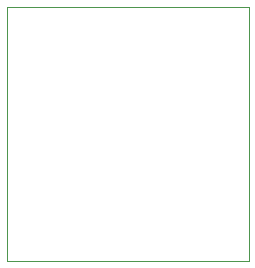
<source format=gko>
G04 (created by PCBNEW (2013-07-07 BZR 4022)-stable) date 30/09/2014 17:20:54*
%MOIN*%
G04 Gerber Fmt 3.4, Leading zero omitted, Abs format*
%FSLAX34Y34*%
G01*
G70*
G90*
G04 APERTURE LIST*
%ADD10C,0.00590551*%
%ADD11C,0.00393701*%
G04 APERTURE END LIST*
G54D10*
G54D11*
X46161Y-24311D02*
X46161Y-24212D01*
X38090Y-24311D02*
X46161Y-24311D01*
X38090Y-24212D02*
X38090Y-24311D01*
X46161Y-15846D02*
X46062Y-15846D01*
X46161Y-24212D02*
X46161Y-15846D01*
X38090Y-15846D02*
X38090Y-24212D01*
X38090Y-15846D02*
X46062Y-15846D01*
M02*

</source>
